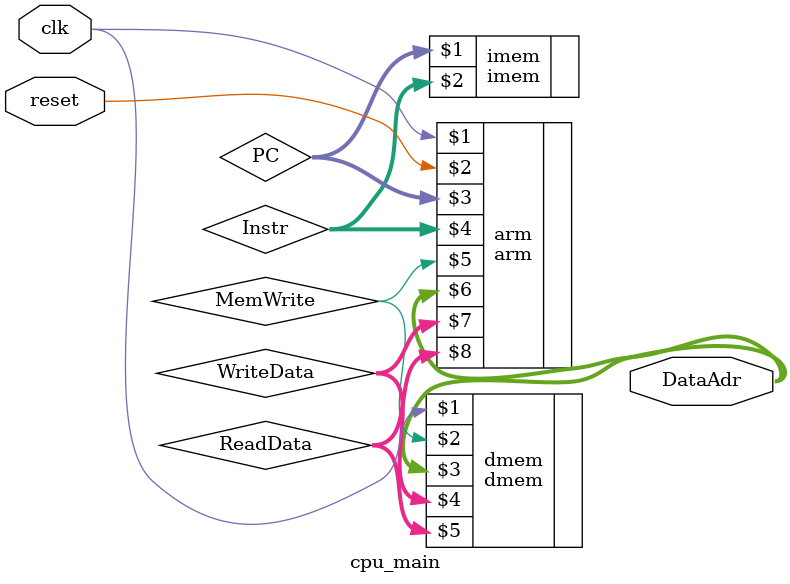
<source format=sv>
/* verilator lint_off UNUSED */
module cpu_main(input  logic        clk, reset,
           output logic [31:0] DataAdr);

  logic [31:0] PC, Instr, ReadData, WriteData;
  logic MemWrite;

  // instantiate processor and memories
  arm arm(clk, reset, PC, Instr, MemWrite, DataAdr,
          WriteData, ReadData);
  imem imem(PC, Instr);
  dmem dmem(clk, MemWrite, DataAdr, WriteData, ReadData);

endmodule

</source>
